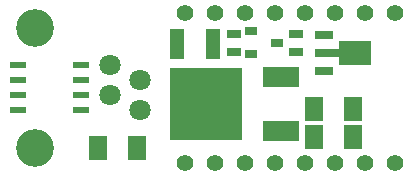
<source format=gbs>
G04 (created by PCBNEW (2013-jul-07)-stable) date Thu 09 Jan 2014 04:23:31 AM EST*
%MOIN*%
G04 Gerber Fmt 3.4, Leading zero omitted, Abs format*
%FSLAX34Y34*%
G01*
G70*
G90*
G04 APERTURE LIST*
%ADD10C,0.00590551*%
%ADD11R,0.12X0.065*%
%ADD12R,0.24X0.24*%
%ADD13R,0.0394X0.0315*%
%ADD14R,0.0551X0.0236*%
%ADD15R,0.05X0.1*%
%ADD16R,0.06X0.08*%
%ADD17R,0.045X0.025*%
%ADD18C,0.055*%
%ADD19C,0.125984*%
%ADD20C,0.0708661*%
%ADD21R,0.063X0.0276*%
%ADD22R,0.0827X0.0276*%
%ADD23R,0.1083X0.0787*%
G04 APERTURE END LIST*
G54D10*
G54D11*
X83700Y-59150D03*
G54D12*
X81200Y-60050D03*
G54D11*
X83700Y-60950D03*
G54D13*
X83583Y-58000D03*
X82717Y-57625D03*
X82717Y-58375D03*
G54D14*
X77050Y-60250D03*
X74950Y-60250D03*
X77050Y-59750D03*
X77050Y-59250D03*
X77050Y-58750D03*
X74950Y-59750D03*
X74950Y-59250D03*
X74950Y-58750D03*
G54D15*
X80250Y-58050D03*
X81450Y-58050D03*
G54D16*
X77600Y-61500D03*
X78900Y-61500D03*
X86100Y-61150D03*
X84800Y-61150D03*
X86100Y-60200D03*
X84800Y-60200D03*
G54D17*
X84200Y-57700D03*
X84200Y-58300D03*
X82150Y-57700D03*
X82150Y-58300D03*
G54D18*
X80500Y-62000D03*
X81500Y-62000D03*
X82500Y-62000D03*
X83500Y-62000D03*
X84500Y-62000D03*
X85500Y-62000D03*
X86500Y-62000D03*
X87500Y-62000D03*
X87500Y-57000D03*
X86500Y-57000D03*
X85500Y-57000D03*
X84500Y-57000D03*
X83500Y-57000D03*
X82500Y-57000D03*
X81500Y-57000D03*
X80500Y-57000D03*
G54D19*
X75500Y-57500D03*
X75500Y-61500D03*
G54D20*
X78000Y-58750D03*
X79000Y-59250D03*
X78000Y-59750D03*
X79000Y-60250D03*
G54D21*
X85152Y-58941D03*
G54D22*
X85250Y-58350D03*
G54D21*
X85152Y-57759D03*
G54D23*
X86195Y-58350D03*
M02*

</source>
